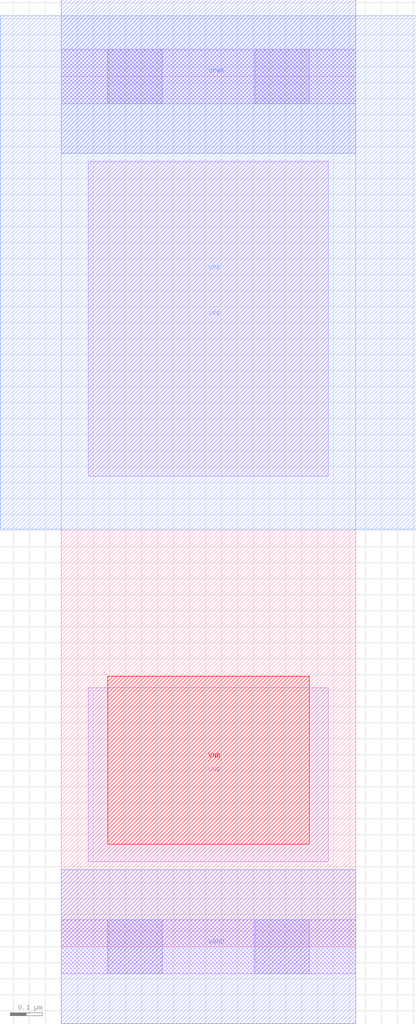
<source format=lef>
# Copyright 2020 The SkyWater PDK Authors
#
# Licensed under the Apache License, Version 2.0 (the "License");
# you may not use this file except in compliance with the License.
# You may obtain a copy of the License at
#
#     https://www.apache.org/licenses/LICENSE-2.0
#
# Unless required by applicable law or agreed to in writing, software
# distributed under the License is distributed on an "AS IS" BASIS,
# WITHOUT WARRANTIES OR CONDITIONS OF ANY KIND, either express or implied.
# See the License for the specific language governing permissions and
# limitations under the License.
#
# SPDX-License-Identifier: Apache-2.0

VERSION 5.7 ;
  NOWIREEXTENSIONATPIN ON ;
  DIVIDERCHAR "/" ;
  BUSBITCHARS "[]" ;
MACRO sky130_fd_sc_hd__tap_2
  CLASS CORE WELLTAP ;
  FOREIGN sky130_fd_sc_hd__tap_2 ;
  ORIGIN  0.000000  0.000000 ;
  SIZE  0.920000 BY  2.720000 ;
  SYMMETRY X Y R90 ;
  SITE unithd ;
  PIN VGND
    DIRECTION INOUT ;
    SHAPE ABUTMENT ;
    USE GROUND ;
    PORT
      LAYER met1 ;
        RECT 0.000000 -0.240000 0.920000 0.240000 ;
    END
  END VGND
  PIN VNB
    DIRECTION INOUT ;
    USE GROUND ;
    PORT
      LAYER li1 ;
        RECT 0.085000 0.265000 0.835000 0.810000 ;
      LAYER pwell ;
        RECT 0.145000 0.320000 0.775000 0.845000 ;
    END
  END VNB
  PIN VPB
    DIRECTION INOUT ;
    USE POWER ;
    PORT
      LAYER li1 ;
        RECT 0.085000 1.470000 0.835000 2.455000 ;
      LAYER nwell ;
        RECT -0.190000 1.305000 1.110000 2.910000 ;
    END
  END VPB
  PIN VPWR
    DIRECTION INOUT ;
    SHAPE ABUTMENT ;
    USE POWER ;
    PORT
      LAYER met1 ;
        RECT 0.000000 2.480000 0.920000 2.960000 ;
    END
  END VPWR
  OBS
    LAYER li1 ;
      RECT 0.000000 -0.085000 0.920000 0.085000 ;
      RECT 0.000000  2.635000 0.920000 2.805000 ;
    LAYER mcon ;
      RECT 0.145000 -0.085000 0.315000 0.085000 ;
      RECT 0.145000  2.635000 0.315000 2.805000 ;
      RECT 0.605000 -0.085000 0.775000 0.085000 ;
      RECT 0.605000  2.635000 0.775000 2.805000 ;
  END
END sky130_fd_sc_hd__tap_2
END LIBRARY

</source>
